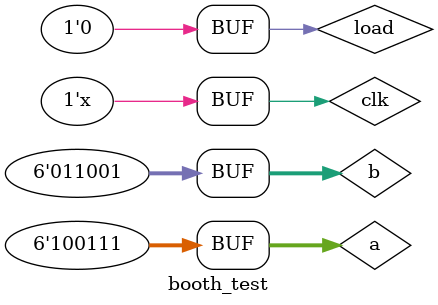
<source format=v>
`timescale 1ns / 1ps


module booth_test;

	// Inputs
	reg [5:0] a;
	reg [5:0] b;
	reg load;
	reg clk;

	// Outputs
	wire [11:0] product;
	wire ready;

	// Instantiate the Unit Under Test (UUT)
	booth_multiplier uut (
		.a(a), 
		.b(b), 
		.load(load), 
		.clk(clk), 
		.product(product), 
		.ready(ready)
	);

	initial begin
		// Initialize Inputs
		a = 30;
		b = 30;
		load = 0;
		clk = 0;

		// Wait 100 ns for global reset to finish
		#100;
		load=1;
		#20;
		load=0;
		#500;
		a = -25;
		b = 25;
		load=1;
		#20;
		load=0;
		// Add stimulus here

	end
	
	always begin
		#10;
		clk = !clk;
   end
endmodule


</source>
